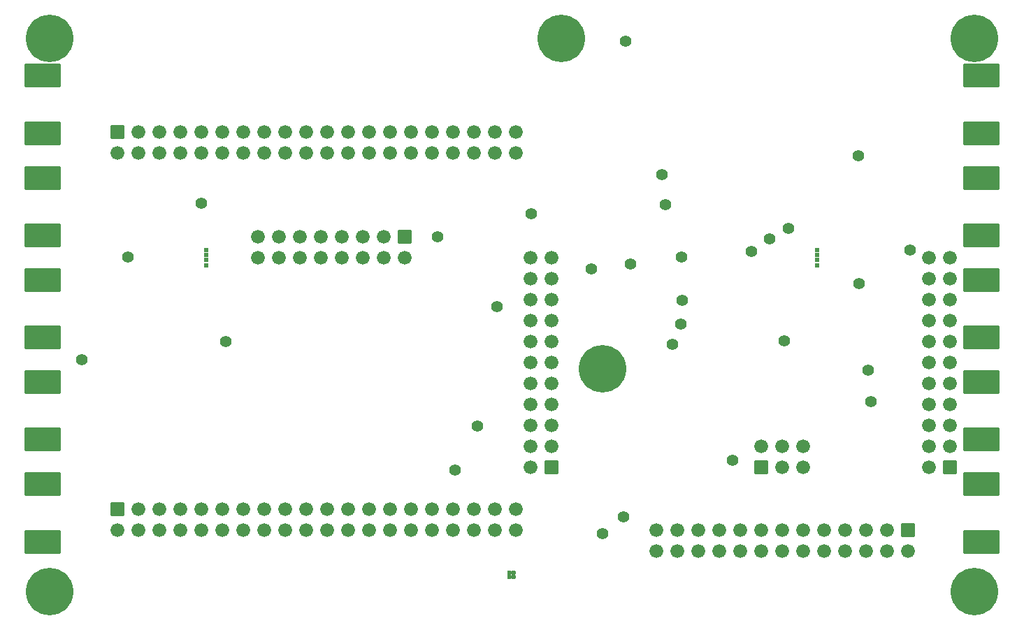
<source format=gbr>
G04 #@! TF.GenerationSoftware,KiCad,Pcbnew,6.0.10-86aedd382b~118~ubuntu22.04.1*
G04 #@! TF.CreationDate,2023-01-31T23:44:10-05:00*
G04 #@! TF.ProjectId,operacake,6f706572-6163-4616-9b65-2e6b69636164,rev?*
G04 #@! TF.SameCoordinates,Original*
G04 #@! TF.FileFunction,Soldermask,Bot*
G04 #@! TF.FilePolarity,Negative*
%FSLAX46Y46*%
G04 Gerber Fmt 4.6, Leading zero omitted, Abs format (unit mm)*
G04 Created by KiCad (PCBNEW 6.0.10-86aedd382b~118~ubuntu22.04.1) date 2023-01-31 23:44:10*
%MOMM*%
%LPD*%
G01*
G04 APERTURE LIST*
G04 Aperture macros list*
%AMRoundRect*
0 Rectangle with rounded corners*
0 $1 Rounding radius*
0 $2 $3 $4 $5 $6 $7 $8 $9 X,Y pos of 4 corners*
0 Add a 4 corners polygon primitive as box body*
4,1,4,$2,$3,$4,$5,$6,$7,$8,$9,$2,$3,0*
0 Add four circle primitives for the rounded corners*
1,1,$1+$1,$2,$3*
1,1,$1+$1,$4,$5*
1,1,$1+$1,$6,$7*
1,1,$1+$1,$8,$9*
0 Add four rect primitives between the rounded corners*
20,1,$1+$1,$2,$3,$4,$5,0*
20,1,$1+$1,$4,$5,$6,$7,0*
20,1,$1+$1,$6,$7,$8,$9,0*
20,1,$1+$1,$8,$9,$2,$3,0*%
G04 Aperture macros list end*
%ADD10C,5.752400*%
%ADD11C,0.752400*%
%ADD12RoundRect,0.076200X-0.762000X-0.762000X0.762000X-0.762000X0.762000X0.762000X-0.762000X0.762000X0*%
%ADD13C,1.676400*%
%ADD14RoundRect,0.076200X0.762000X0.762000X-0.762000X0.762000X-0.762000X-0.762000X0.762000X-0.762000X0*%
%ADD15RoundRect,0.076200X0.762000X-0.762000X0.762000X0.762000X-0.762000X0.762000X-0.762000X-0.762000X0*%
%ADD16RoundRect,0.076200X-2.095000X-1.332500X2.095000X-1.332500X2.095000X1.332500X-2.095000X1.332500X0*%
%ADD17RoundRect,0.076200X2.095000X1.332500X-2.095000X1.332500X-2.095000X-1.332500X2.095000X-1.332500X0*%
%ADD18C,1.422400*%
%ADD19C,0.599440*%
%ADD20C,0.609600*%
G04 APERTURE END LIST*
D10*
G04 #@! TO.C,MH1*
X64000000Y-104000000D03*
D11*
X64000000Y-101800000D03*
X61800000Y-104000000D03*
X64000000Y-106200000D03*
X66200000Y-104000000D03*
X65550000Y-102450000D03*
X62450000Y-102450000D03*
X62450000Y-105550000D03*
X65550000Y-105550000D03*
G04 #@! TD*
D10*
G04 #@! TO.C,MH2*
X64000000Y-171000000D03*
D11*
X64000000Y-168800000D03*
X61800000Y-171000000D03*
X64000000Y-173200000D03*
X66200000Y-171000000D03*
X65550000Y-169450000D03*
X62450000Y-169450000D03*
X62450000Y-172550000D03*
X65550000Y-172550000D03*
G04 #@! TD*
D10*
G04 #@! TO.C,MH3*
X176000000Y-171000000D03*
D11*
X176000000Y-168800000D03*
X173800000Y-171000000D03*
X176000000Y-173200000D03*
X178200000Y-171000000D03*
X177550000Y-169450000D03*
X174450000Y-169450000D03*
X174450000Y-172550000D03*
X177550000Y-172550000D03*
G04 #@! TD*
D10*
G04 #@! TO.C,MH4*
X176000000Y-104000000D03*
D11*
X176000000Y-101800000D03*
X173800000Y-104000000D03*
X176000000Y-106200000D03*
X178200000Y-104000000D03*
X177550000Y-102450000D03*
X174450000Y-102450000D03*
X174450000Y-105550000D03*
X177550000Y-105550000D03*
G04 #@! TD*
D10*
G04 #@! TO.C,MH5*
X126000000Y-104000000D03*
D11*
X126000000Y-101800000D03*
X123800000Y-104000000D03*
X126000000Y-106200000D03*
X128200000Y-104000000D03*
X127550000Y-102450000D03*
X124450000Y-102450000D03*
X124450000Y-105550000D03*
X127550000Y-105550000D03*
G04 #@! TD*
D10*
G04 #@! TO.C,MH6*
X131000000Y-144000000D03*
D11*
X131000000Y-141800000D03*
X128800000Y-144000000D03*
X131000000Y-146200000D03*
X133200000Y-144000000D03*
X132550000Y-142450000D03*
X129450000Y-142450000D03*
X129450000Y-145550000D03*
X132550000Y-145550000D03*
G04 #@! TD*
D12*
G04 #@! TO.C,P1*
X150170000Y-155950000D03*
D13*
X150170000Y-153410000D03*
X152710000Y-155950000D03*
X152710000Y-153410000D03*
X155250000Y-155950000D03*
X155250000Y-153410000D03*
G04 #@! TD*
D14*
G04 #@! TO.C,P9*
X106990000Y-128010000D03*
D13*
X106990000Y-130550000D03*
X104450000Y-128010000D03*
X104450000Y-130550000D03*
X101910000Y-128010000D03*
X101910000Y-130550000D03*
X99370000Y-128010000D03*
X99370000Y-130550000D03*
X96830000Y-128010000D03*
X96830000Y-130550000D03*
X94290000Y-128010000D03*
X94290000Y-130550000D03*
X91750000Y-128010000D03*
X91750000Y-130550000D03*
X89210000Y-128010000D03*
X89210000Y-130550000D03*
G04 #@! TD*
D15*
G04 #@! TO.C,P20*
X173030000Y-155950000D03*
D13*
X170490000Y-155950000D03*
X173030000Y-153410000D03*
X170490000Y-153410000D03*
X173030000Y-150870000D03*
X170490000Y-150870000D03*
X173030000Y-148330000D03*
X170490000Y-148330000D03*
X173030000Y-145790000D03*
X170490000Y-145790000D03*
X173030000Y-143250000D03*
X170490000Y-143250000D03*
X173030000Y-140710000D03*
X170490000Y-140710000D03*
X173030000Y-138170000D03*
X170490000Y-138170000D03*
X173030000Y-135630000D03*
X170490000Y-135630000D03*
X173030000Y-133090000D03*
X170490000Y-133090000D03*
X173030000Y-130550000D03*
X170490000Y-130550000D03*
G04 #@! TD*
D14*
G04 #@! TO.C,P22*
X167950000Y-163570000D03*
D13*
X167950000Y-166110000D03*
X165410000Y-163570000D03*
X165410000Y-166110000D03*
X162870000Y-163570000D03*
X162870000Y-166110000D03*
X160330000Y-163570000D03*
X160330000Y-166110000D03*
X157790000Y-163570000D03*
X157790000Y-166110000D03*
X155250000Y-163570000D03*
X155250000Y-166110000D03*
X152710000Y-163570000D03*
X152710000Y-166110000D03*
X150170000Y-163570000D03*
X150170000Y-166110000D03*
X147630000Y-163570000D03*
X147630000Y-166110000D03*
X145090000Y-163570000D03*
X145090000Y-166110000D03*
X142550000Y-163570000D03*
X142550000Y-166110000D03*
X140010000Y-163570000D03*
X140010000Y-166110000D03*
X137470000Y-163570000D03*
X137470000Y-166110000D03*
G04 #@! TD*
D15*
G04 #@! TO.C,P28*
X124770000Y-155950000D03*
D13*
X122230000Y-155950000D03*
X124770000Y-153410000D03*
X122230000Y-153410000D03*
X124770000Y-150870000D03*
X122230000Y-150870000D03*
X124770000Y-148330000D03*
X122230000Y-148330000D03*
X124770000Y-145790000D03*
X122230000Y-145790000D03*
X124770000Y-143250000D03*
X122230000Y-143250000D03*
X124770000Y-140710000D03*
X122230000Y-140710000D03*
X124770000Y-138170000D03*
X122230000Y-138170000D03*
X124770000Y-135630000D03*
X122230000Y-135630000D03*
X124770000Y-133090000D03*
X122230000Y-133090000D03*
X124770000Y-130550000D03*
X122230000Y-130550000D03*
G04 #@! TD*
D16*
G04 #@! TO.C,PA0*
X63115000Y-158007500D03*
X63115000Y-164992500D03*
G04 #@! TD*
G04 #@! TO.C,PA1*
X63115000Y-145632500D03*
X63115000Y-152617500D03*
G04 #@! TD*
G04 #@! TO.C,PA2*
X63115000Y-133257500D03*
X63115000Y-140242500D03*
G04 #@! TD*
G04 #@! TO.C,PA3*
X63115000Y-120882500D03*
X63115000Y-127867500D03*
G04 #@! TD*
G04 #@! TO.C,PA4*
X63115000Y-108507500D03*
X63115000Y-115492500D03*
G04 #@! TD*
D17*
G04 #@! TO.C,PB0*
X176885000Y-164992500D03*
X176885000Y-158007500D03*
G04 #@! TD*
G04 #@! TO.C,PB1*
X176885000Y-152617500D03*
X176885000Y-145632500D03*
G04 #@! TD*
G04 #@! TO.C,PB2*
X176885000Y-140242500D03*
X176885000Y-133257500D03*
G04 #@! TD*
G04 #@! TO.C,PB3*
X176885000Y-127867500D03*
X176885000Y-120882500D03*
G04 #@! TD*
G04 #@! TO.C,PB4*
X176885000Y-115492500D03*
X176885000Y-108507500D03*
G04 #@! TD*
D18*
G04 #@! TO.C,TP1*
X149000000Y-129800000D03*
G04 #@! TD*
G04 #@! TO.C,TP2*
X163113720Y-144198340D03*
G04 #@! TD*
G04 #@! TO.C,TP3*
X151200000Y-128300000D03*
G04 #@! TD*
G04 #@! TO.C,TP4*
X153500000Y-127000000D03*
G04 #@! TD*
G04 #@! TO.C,TP5*
X163500000Y-148000000D03*
G04 #@! TD*
G04 #@! TO.C,TP6*
X139400000Y-141100000D03*
G04 #@! TD*
G04 #@! TO.C,TP7*
X134400000Y-131300000D03*
G04 #@! TD*
G04 #@! TO.C,TP8*
X140500000Y-130500000D03*
G04 #@! TD*
G04 #@! TO.C,TP9*
X118200000Y-136500000D03*
G04 #@! TD*
G04 #@! TO.C,TP10*
X129600000Y-131900000D03*
G04 #@! TD*
G04 #@! TO.C,TP11*
X138600000Y-124100000D03*
G04 #@! TD*
G04 #@! TO.C,TP12*
X138200000Y-120500000D03*
G04 #@! TD*
G04 #@! TO.C,TP13*
X133770000Y-104323600D03*
G04 #@! TD*
G04 #@! TO.C,TP14*
X111000000Y-128000000D03*
G04 #@! TD*
G04 #@! TO.C,TP15*
X122300000Y-125200000D03*
G04 #@! TD*
G04 #@! TO.C,TP16*
X115800000Y-151000000D03*
G04 #@! TD*
G04 #@! TO.C,TP17*
X113106200Y-156286200D03*
G04 #@! TD*
G04 #@! TO.C,TP18*
X67900000Y-142900000D03*
G04 #@! TD*
G04 #@! TO.C,TP19*
X73500000Y-130500000D03*
G04 #@! TD*
G04 #@! TO.C,TP20*
X85300000Y-140700000D03*
G04 #@! TD*
G04 #@! TO.C,TP21*
X82400000Y-124000000D03*
G04 #@! TD*
G04 #@! TO.C,TP22*
X168200000Y-129600000D03*
G04 #@! TD*
G04 #@! TO.C,TP23*
X162031680Y-133725920D03*
G04 #@! TD*
G04 #@! TO.C,TP24*
X162000000Y-118200000D03*
G04 #@! TD*
G04 #@! TO.C,TP25*
X153000000Y-140667998D03*
G04 #@! TD*
G04 #@! TO.C,TP26*
X133500000Y-162000000D03*
G04 #@! TD*
G04 #@! TO.C,TP27*
X131000000Y-164000000D03*
G04 #@! TD*
G04 #@! TO.C,TP28*
X146700000Y-155100000D03*
G04 #@! TD*
G04 #@! TO.C,TP29*
X140600000Y-135700000D03*
G04 #@! TD*
G04 #@! TO.C,TP30*
X140440000Y-138600000D03*
G04 #@! TD*
D19*
G04 #@! TO.C,U1*
X120250000Y-169250000D03*
X119750000Y-169250000D03*
X119750000Y-168750000D03*
X120250000Y-168750000D03*
G04 #@! TD*
D20*
G04 #@! TO.C,U2*
X83000000Y-130262500D03*
X83000000Y-129662500D03*
X83000000Y-130862500D03*
X83000000Y-131462500D03*
G04 #@! TD*
G04 #@! TO.C,U3*
X157000000Y-130862500D03*
X157000000Y-131462500D03*
X157000000Y-130262500D03*
X157000000Y-129662500D03*
G04 #@! TD*
D12*
G04 #@! TO.C,J1*
X72192000Y-115310000D03*
D13*
X72192000Y-117850000D03*
X74732000Y-115310000D03*
X74732000Y-117850000D03*
X77272000Y-115310000D03*
X77272000Y-117850000D03*
X79812000Y-115310000D03*
X79812000Y-117850000D03*
X82352000Y-115310000D03*
X82352000Y-117850000D03*
X84892000Y-115310000D03*
X84892000Y-117850000D03*
X87432000Y-115310000D03*
X87432000Y-117850000D03*
X89972000Y-115310000D03*
X89972000Y-117850000D03*
X92512000Y-115310000D03*
X92512000Y-117850000D03*
X95052000Y-115310000D03*
X95052000Y-117850000D03*
X97592000Y-115310000D03*
X97592000Y-117850000D03*
X100132000Y-115310000D03*
X100132000Y-117850000D03*
X102672000Y-115310000D03*
X102672000Y-117850000D03*
X105212000Y-115310000D03*
X105212000Y-117850000D03*
X107752000Y-115310000D03*
X107752000Y-117850000D03*
X110292000Y-115310000D03*
X110292000Y-117850000D03*
X112832000Y-115310000D03*
X112832000Y-117850000D03*
X115372000Y-115310000D03*
X115372000Y-117850000D03*
X117912000Y-115310000D03*
X117912000Y-117850000D03*
X120452000Y-115310000D03*
X120452000Y-117850000D03*
G04 #@! TD*
D12*
G04 #@! TO.C,J2*
X72192000Y-161030000D03*
D13*
X72192000Y-163570000D03*
X74732000Y-161030000D03*
X74732000Y-163570000D03*
X77272000Y-161030000D03*
X77272000Y-163570000D03*
X79812000Y-161030000D03*
X79812000Y-163570000D03*
X82352000Y-161030000D03*
X82352000Y-163570000D03*
X84892000Y-161030000D03*
X84892000Y-163570000D03*
X87432000Y-161030000D03*
X87432000Y-163570000D03*
X89972000Y-161030000D03*
X89972000Y-163570000D03*
X92512000Y-161030000D03*
X92512000Y-163570000D03*
X95052000Y-161030000D03*
X95052000Y-163570000D03*
X97592000Y-161030000D03*
X97592000Y-163570000D03*
X100132000Y-161030000D03*
X100132000Y-163570000D03*
X102672000Y-161030000D03*
X102672000Y-163570000D03*
X105212000Y-161030000D03*
X105212000Y-163570000D03*
X107752000Y-161030000D03*
X107752000Y-163570000D03*
X110292000Y-161030000D03*
X110292000Y-163570000D03*
X112832000Y-161030000D03*
X112832000Y-163570000D03*
X115372000Y-161030000D03*
X115372000Y-163570000D03*
X117912000Y-161030000D03*
X117912000Y-163570000D03*
X120452000Y-161030000D03*
X120452000Y-163570000D03*
G04 #@! TD*
M02*

</source>
